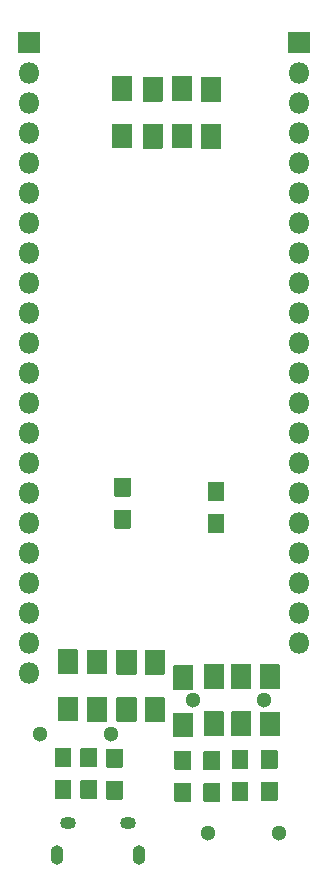
<source format=gbr>
%TF.GenerationSoftware,KiCad,Pcbnew,5.99.0-unknown-9c2a260~88~ubuntu18.04.1*%
%TF.CreationDate,2020-04-14T17:14:38+02:00*%
%TF.ProjectId,BM64_adapter,424d3634-5f61-4646-9170-7465722e6b69,rev?*%
%TF.SameCoordinates,Original*%
%TF.FileFunction,Soldermask,Bot*%
%TF.FilePolarity,Negative*%
%FSLAX46Y46*%
G04 Gerber Fmt 4.6, Leading zero omitted, Abs format (unit mm)*
G04 Created by KiCad (PCBNEW 5.99.0-unknown-9c2a260~88~ubuntu18.04.1) date 2020-04-14 17:14:38*
%MOMM*%
%LPD*%
G01*
G04 APERTURE LIST*
%ADD10O,1.100000X1.650000*%
%ADD11O,1.350000X1.050000*%
%ADD12C,1.300000*%
%ADD13O,1.800000X1.800000*%
G04 APERTURE END LIST*
%TO.C,R7*%
G36*
G01*
X181091600Y-127542200D02*
X179791600Y-127542200D01*
G75*
G02*
X179741600Y-127492200I0J50000D01*
G01*
X179741600Y-125992200D01*
G75*
G02*
X179791600Y-125942200I50000J0D01*
G01*
X181091600Y-125942200D01*
G75*
G02*
X181141600Y-125992200I0J-50000D01*
G01*
X181141600Y-127492200D01*
G75*
G02*
X181091600Y-127542200I-50000J0D01*
G01*
G37*
G36*
G01*
X181091600Y-130242200D02*
X179791600Y-130242200D01*
G75*
G02*
X179741600Y-130192200I0J50000D01*
G01*
X179741600Y-128692200D01*
G75*
G02*
X179791600Y-128642200I50000J0D01*
G01*
X181091600Y-128642200D01*
G75*
G02*
X181141600Y-128692200I0J-50000D01*
G01*
X181141600Y-130192200D01*
G75*
G02*
X181091600Y-130242200I-50000J0D01*
G01*
G37*
%TD*%
%TO.C,C9*%
G36*
G01*
X181317800Y-120766800D02*
X179717800Y-120766800D01*
G75*
G02*
X179667800Y-120716800I0J50000D01*
G01*
X179667800Y-118716800D01*
G75*
G02*
X179717800Y-118666800I50000J0D01*
G01*
X181317800Y-118666800D01*
G75*
G02*
X181367800Y-118716800I0J-50000D01*
G01*
X181367800Y-120716800D01*
G75*
G02*
X181317800Y-120766800I-50000J0D01*
G01*
G37*
G36*
G01*
X181317800Y-124766800D02*
X179717800Y-124766800D01*
G75*
G02*
X179667800Y-124716800I0J50000D01*
G01*
X179667800Y-122716800D01*
G75*
G02*
X179717800Y-122666800I50000J0D01*
G01*
X181317800Y-122666800D01*
G75*
G02*
X181367800Y-122716800I0J-50000D01*
G01*
X181367800Y-124716800D01*
G75*
G02*
X181317800Y-124766800I-50000J0D01*
G01*
G37*
%TD*%
D10*
%TO.C,J3*%
X171901100Y-134843060D03*
X164901100Y-134843060D03*
D11*
X170901100Y-132143060D03*
X165901100Y-132143060D03*
%TD*%
%TO.C,R2*%
G36*
G01*
X169149000Y-128540600D02*
X170449000Y-128540600D01*
G75*
G02*
X170499000Y-128590600I0J-50000D01*
G01*
X170499000Y-130090600D01*
G75*
G02*
X170449000Y-130140600I-50000J0D01*
G01*
X169149000Y-130140600D01*
G75*
G02*
X169099000Y-130090600I0J50000D01*
G01*
X169099000Y-128590600D01*
G75*
G02*
X169149000Y-128540600I50000J0D01*
G01*
G37*
G36*
G01*
X169149000Y-125840600D02*
X170449000Y-125840600D01*
G75*
G02*
X170499000Y-125890600I0J-50000D01*
G01*
X170499000Y-127390600D01*
G75*
G02*
X170449000Y-127440600I-50000J0D01*
G01*
X169149000Y-127440600D01*
G75*
G02*
X169099000Y-127390600I0J50000D01*
G01*
X169099000Y-125890600D01*
G75*
G02*
X169149000Y-125840600I50000J0D01*
G01*
G37*
%TD*%
%TO.C,C2*%
G36*
G01*
X174002600Y-119573000D02*
X172402600Y-119573000D01*
G75*
G02*
X172352600Y-119523000I0J50000D01*
G01*
X172352600Y-117523000D01*
G75*
G02*
X172402600Y-117473000I50000J0D01*
G01*
X174002600Y-117473000D01*
G75*
G02*
X174052600Y-117523000I0J-50000D01*
G01*
X174052600Y-119523000D01*
G75*
G02*
X174002600Y-119573000I-50000J0D01*
G01*
G37*
G36*
G01*
X174002600Y-123573000D02*
X172402600Y-123573000D01*
G75*
G02*
X172352600Y-123523000I0J50000D01*
G01*
X172352600Y-121523000D01*
G75*
G02*
X172402600Y-121473000I50000J0D01*
G01*
X174002600Y-121473000D01*
G75*
G02*
X174052600Y-121523000I0J-50000D01*
G01*
X174052600Y-123523000D01*
G75*
G02*
X174002600Y-123573000I-50000J0D01*
G01*
G37*
%TD*%
%TO.C,C1*%
G36*
G01*
X167525800Y-121441000D02*
X169125800Y-121441000D01*
G75*
G02*
X169175800Y-121491000I0J-50000D01*
G01*
X169175800Y-123491000D01*
G75*
G02*
X169125800Y-123541000I-50000J0D01*
G01*
X167525800Y-123541000D01*
G75*
G02*
X167475800Y-123491000I0J50000D01*
G01*
X167475800Y-121491000D01*
G75*
G02*
X167525800Y-121441000I50000J0D01*
G01*
G37*
G36*
G01*
X167525800Y-117441000D02*
X169125800Y-117441000D01*
G75*
G02*
X169175800Y-117491000I0J-50000D01*
G01*
X169175800Y-119491000D01*
G75*
G02*
X169125800Y-119541000I-50000J0D01*
G01*
X167525800Y-119541000D01*
G75*
G02*
X167475800Y-119491000I0J50000D01*
G01*
X167475800Y-117491000D01*
G75*
G02*
X167525800Y-117441000I50000J0D01*
G01*
G37*
%TD*%
%TO.C,C12*%
G36*
G01*
X173819720Y-71037160D02*
X172219720Y-71037160D01*
G75*
G02*
X172169720Y-70987160I0J50000D01*
G01*
X172169720Y-68987160D01*
G75*
G02*
X172219720Y-68937160I50000J0D01*
G01*
X173819720Y-68937160D01*
G75*
G02*
X173869720Y-68987160I0J-50000D01*
G01*
X173869720Y-70987160D01*
G75*
G02*
X173819720Y-71037160I-50000J0D01*
G01*
G37*
G36*
G01*
X173819720Y-75037160D02*
X172219720Y-75037160D01*
G75*
G02*
X172169720Y-74987160I0J50000D01*
G01*
X172169720Y-72987160D01*
G75*
G02*
X172219720Y-72937160I50000J0D01*
G01*
X173819720Y-72937160D01*
G75*
G02*
X173869720Y-72987160I0J-50000D01*
G01*
X173869720Y-74987160D01*
G75*
G02*
X173819720Y-75037160I-50000J0D01*
G01*
G37*
%TD*%
D12*
%TO.C,U4*%
X177743600Y-132994400D03*
X183743600Y-132994400D03*
%TD*%
%TO.C,U3*%
X176420000Y-121716800D03*
X182420000Y-121716800D03*
%TD*%
%TO.C,U2*%
X169525200Y-124561600D03*
X163525200Y-124561600D03*
%TD*%
%TO.C,R9*%
G36*
G01*
X179039280Y-104856200D02*
X177739280Y-104856200D01*
G75*
G02*
X177689280Y-104806200I0J50000D01*
G01*
X177689280Y-103306200D01*
G75*
G02*
X177739280Y-103256200I50000J0D01*
G01*
X179039280Y-103256200D01*
G75*
G02*
X179089280Y-103306200I0J-50000D01*
G01*
X179089280Y-104806200D01*
G75*
G02*
X179039280Y-104856200I-50000J0D01*
G01*
G37*
G36*
G01*
X179039280Y-107556200D02*
X177739280Y-107556200D01*
G75*
G02*
X177689280Y-107506200I0J50000D01*
G01*
X177689280Y-106006200D01*
G75*
G02*
X177739280Y-105956200I50000J0D01*
G01*
X179039280Y-105956200D01*
G75*
G02*
X179089280Y-106006200I0J-50000D01*
G01*
X179089280Y-107506200D01*
G75*
G02*
X179039280Y-107556200I-50000J0D01*
G01*
G37*
%TD*%
%TO.C,R8*%
G36*
G01*
X169822100Y-105591700D02*
X171122100Y-105591700D01*
G75*
G02*
X171172100Y-105641700I0J-50000D01*
G01*
X171172100Y-107141700D01*
G75*
G02*
X171122100Y-107191700I-50000J0D01*
G01*
X169822100Y-107191700D01*
G75*
G02*
X169772100Y-107141700I0J50000D01*
G01*
X169772100Y-105641700D01*
G75*
G02*
X169822100Y-105591700I50000J0D01*
G01*
G37*
G36*
G01*
X169822100Y-102891700D02*
X171122100Y-102891700D01*
G75*
G02*
X171172100Y-102941700I0J-50000D01*
G01*
X171172100Y-104441700D01*
G75*
G02*
X171122100Y-104491700I-50000J0D01*
G01*
X169822100Y-104491700D01*
G75*
G02*
X169772100Y-104441700I0J50000D01*
G01*
X169772100Y-102941700D01*
G75*
G02*
X169822100Y-102891700I50000J0D01*
G01*
G37*
%TD*%
%TO.C,R6*%
G36*
G01*
X182255400Y-128642200D02*
X183555400Y-128642200D01*
G75*
G02*
X183605400Y-128692200I0J-50000D01*
G01*
X183605400Y-130192200D01*
G75*
G02*
X183555400Y-130242200I-50000J0D01*
G01*
X182255400Y-130242200D01*
G75*
G02*
X182205400Y-130192200I0J50000D01*
G01*
X182205400Y-128692200D01*
G75*
G02*
X182255400Y-128642200I50000J0D01*
G01*
G37*
G36*
G01*
X182255400Y-125942200D02*
X183555400Y-125942200D01*
G75*
G02*
X183605400Y-125992200I0J-50000D01*
G01*
X183605400Y-127492200D01*
G75*
G02*
X183555400Y-127542200I-50000J0D01*
G01*
X182255400Y-127542200D01*
G75*
G02*
X182205400Y-127492200I0J50000D01*
G01*
X182205400Y-125992200D01*
G75*
G02*
X182255400Y-125942200I50000J0D01*
G01*
G37*
%TD*%
%TO.C,R5*%
G36*
G01*
X166080200Y-127364400D02*
X164780200Y-127364400D01*
G75*
G02*
X164730200Y-127314400I0J50000D01*
G01*
X164730200Y-125814400D01*
G75*
G02*
X164780200Y-125764400I50000J0D01*
G01*
X166080200Y-125764400D01*
G75*
G02*
X166130200Y-125814400I0J-50000D01*
G01*
X166130200Y-127314400D01*
G75*
G02*
X166080200Y-127364400I-50000J0D01*
G01*
G37*
G36*
G01*
X166080200Y-130064400D02*
X164780200Y-130064400D01*
G75*
G02*
X164730200Y-130014400I0J50000D01*
G01*
X164730200Y-128514400D01*
G75*
G02*
X164780200Y-128464400I50000J0D01*
G01*
X166080200Y-128464400D01*
G75*
G02*
X166130200Y-128514400I0J-50000D01*
G01*
X166130200Y-130014400D01*
G75*
G02*
X166080200Y-130064400I-50000J0D01*
G01*
G37*
%TD*%
%TO.C,R4*%
G36*
G01*
X176214800Y-127618400D02*
X174914800Y-127618400D01*
G75*
G02*
X174864800Y-127568400I0J50000D01*
G01*
X174864800Y-126068400D01*
G75*
G02*
X174914800Y-126018400I50000J0D01*
G01*
X176214800Y-126018400D01*
G75*
G02*
X176264800Y-126068400I0J-50000D01*
G01*
X176264800Y-127568400D01*
G75*
G02*
X176214800Y-127618400I-50000J0D01*
G01*
G37*
G36*
G01*
X176214800Y-130318400D02*
X174914800Y-130318400D01*
G75*
G02*
X174864800Y-130268400I0J50000D01*
G01*
X174864800Y-128768400D01*
G75*
G02*
X174914800Y-128718400I50000J0D01*
G01*
X176214800Y-128718400D01*
G75*
G02*
X176264800Y-128768400I0J-50000D01*
G01*
X176264800Y-130268400D01*
G75*
G02*
X176214800Y-130318400I-50000J0D01*
G01*
G37*
%TD*%
%TO.C,R3*%
G36*
G01*
X177378600Y-128743800D02*
X178678600Y-128743800D01*
G75*
G02*
X178728600Y-128793800I0J-50000D01*
G01*
X178728600Y-130293800D01*
G75*
G02*
X178678600Y-130343800I-50000J0D01*
G01*
X177378600Y-130343800D01*
G75*
G02*
X177328600Y-130293800I0J50000D01*
G01*
X177328600Y-128793800D01*
G75*
G02*
X177378600Y-128743800I50000J0D01*
G01*
G37*
G36*
G01*
X177378600Y-126043800D02*
X178678600Y-126043800D01*
G75*
G02*
X178728600Y-126093800I0J-50000D01*
G01*
X178728600Y-127593800D01*
G75*
G02*
X178678600Y-127643800I-50000J0D01*
G01*
X177378600Y-127643800D01*
G75*
G02*
X177328600Y-127593800I0J50000D01*
G01*
X177328600Y-126093800D01*
G75*
G02*
X177378600Y-126043800I50000J0D01*
G01*
G37*
%TD*%
%TO.C,R1*%
G36*
G01*
X168264600Y-127389800D02*
X166964600Y-127389800D01*
G75*
G02*
X166914600Y-127339800I0J50000D01*
G01*
X166914600Y-125839800D01*
G75*
G02*
X166964600Y-125789800I50000J0D01*
G01*
X168264600Y-125789800D01*
G75*
G02*
X168314600Y-125839800I0J-50000D01*
G01*
X168314600Y-127339800D01*
G75*
G02*
X168264600Y-127389800I-50000J0D01*
G01*
G37*
G36*
G01*
X168264600Y-130089800D02*
X166964600Y-130089800D01*
G75*
G02*
X166914600Y-130039800I0J50000D01*
G01*
X166914600Y-128539800D01*
G75*
G02*
X166964600Y-128489800I50000J0D01*
G01*
X168264600Y-128489800D01*
G75*
G02*
X168314600Y-128539800I0J-50000D01*
G01*
X168314600Y-130039800D01*
G75*
G02*
X168264600Y-130089800I-50000J0D01*
G01*
G37*
%TD*%
%TO.C,J2*%
G36*
G01*
X184520000Y-66890000D02*
X184520000Y-65190000D01*
G75*
G02*
X184570000Y-65140000I50000J0D01*
G01*
X186270000Y-65140000D01*
G75*
G02*
X186320000Y-65190000I0J-50000D01*
G01*
X186320000Y-66890000D01*
G75*
G02*
X186270000Y-66940000I-50000J0D01*
G01*
X184570000Y-66940000D01*
G75*
G02*
X184520000Y-66890000I0J50000D01*
G01*
G37*
D13*
X185420000Y-68580000D03*
X185420000Y-71120000D03*
X185420000Y-73660000D03*
X185420000Y-76200000D03*
X185420000Y-78740000D03*
X185420000Y-81280000D03*
X185420000Y-83820000D03*
X185420000Y-86360000D03*
X185420000Y-88900000D03*
X185420000Y-91440000D03*
X185420000Y-93980000D03*
X185420000Y-96520000D03*
X185420000Y-99060000D03*
X185420000Y-101600000D03*
X185420000Y-104140000D03*
X185420000Y-106680000D03*
X185420000Y-109220000D03*
X185420000Y-111760000D03*
X185420000Y-114300000D03*
X185420000Y-116840000D03*
%TD*%
%TO.C,J1*%
G36*
G01*
X161660000Y-66890000D02*
X161660000Y-65190000D01*
G75*
G02*
X161710000Y-65140000I50000J0D01*
G01*
X163410000Y-65140000D01*
G75*
G02*
X163460000Y-65190000I0J-50000D01*
G01*
X163460000Y-66890000D01*
G75*
G02*
X163410000Y-66940000I-50000J0D01*
G01*
X161710000Y-66940000D01*
G75*
G02*
X161660000Y-66890000I0J50000D01*
G01*
G37*
X162560000Y-68580000D03*
X162560000Y-71120000D03*
X162560000Y-73660000D03*
X162560000Y-76200000D03*
X162560000Y-78740000D03*
X162560000Y-81280000D03*
X162560000Y-83820000D03*
X162560000Y-86360000D03*
X162560000Y-88900000D03*
X162560000Y-91440000D03*
X162560000Y-93980000D03*
X162560000Y-96520000D03*
X162560000Y-99060000D03*
X162560000Y-101600000D03*
X162560000Y-104140000D03*
X162560000Y-106680000D03*
X162560000Y-109220000D03*
X162560000Y-111760000D03*
X162560000Y-114300000D03*
X162560000Y-116840000D03*
X162560000Y-119380000D03*
%TD*%
%TO.C,C11*%
G36*
G01*
X176308920Y-71006680D02*
X174708920Y-71006680D01*
G75*
G02*
X174658920Y-70956680I0J50000D01*
G01*
X174658920Y-68956680D01*
G75*
G02*
X174708920Y-68906680I50000J0D01*
G01*
X176308920Y-68906680D01*
G75*
G02*
X176358920Y-68956680I0J-50000D01*
G01*
X176358920Y-70956680D01*
G75*
G02*
X176308920Y-71006680I-50000J0D01*
G01*
G37*
G36*
G01*
X176308920Y-75006680D02*
X174708920Y-75006680D01*
G75*
G02*
X174658920Y-74956680I0J50000D01*
G01*
X174658920Y-72956680D01*
G75*
G02*
X174708920Y-72906680I50000J0D01*
G01*
X176308920Y-72906680D01*
G75*
G02*
X176358920Y-72956680I0J-50000D01*
G01*
X176358920Y-74956680D01*
G75*
G02*
X176308920Y-75006680I-50000J0D01*
G01*
G37*
%TD*%
%TO.C,C10*%
G36*
G01*
X178767640Y-71064080D02*
X177167640Y-71064080D01*
G75*
G02*
X177117640Y-71014080I0J50000D01*
G01*
X177117640Y-69014080D01*
G75*
G02*
X177167640Y-68964080I50000J0D01*
G01*
X178767640Y-68964080D01*
G75*
G02*
X178817640Y-69014080I0J-50000D01*
G01*
X178817640Y-71014080D01*
G75*
G02*
X178767640Y-71064080I-50000J0D01*
G01*
G37*
G36*
G01*
X178767640Y-75064080D02*
X177167640Y-75064080D01*
G75*
G02*
X177117640Y-75014080I0J50000D01*
G01*
X177117640Y-73014080D01*
G75*
G02*
X177167640Y-72964080I50000J0D01*
G01*
X178767640Y-72964080D01*
G75*
G02*
X178817640Y-73014080I0J-50000D01*
G01*
X178817640Y-75014080D01*
G75*
G02*
X178767640Y-75064080I-50000J0D01*
G01*
G37*
%TD*%
%TO.C,C8*%
G36*
G01*
X179006400Y-120766800D02*
X177406400Y-120766800D01*
G75*
G02*
X177356400Y-120716800I0J50000D01*
G01*
X177356400Y-118716800D01*
G75*
G02*
X177406400Y-118666800I50000J0D01*
G01*
X179006400Y-118666800D01*
G75*
G02*
X179056400Y-118716800I0J-50000D01*
G01*
X179056400Y-120716800D01*
G75*
G02*
X179006400Y-120766800I-50000J0D01*
G01*
G37*
G36*
G01*
X179006400Y-124766800D02*
X177406400Y-124766800D01*
G75*
G02*
X177356400Y-124716800I0J50000D01*
G01*
X177356400Y-122716800D01*
G75*
G02*
X177406400Y-122666800I50000J0D01*
G01*
X179006400Y-122666800D01*
G75*
G02*
X179056400Y-122716800I0J-50000D01*
G01*
X179056400Y-124716800D01*
G75*
G02*
X179006400Y-124766800I-50000J0D01*
G01*
G37*
%TD*%
%TO.C,C7*%
G36*
G01*
X183756200Y-120792200D02*
X182156200Y-120792200D01*
G75*
G02*
X182106200Y-120742200I0J50000D01*
G01*
X182106200Y-118742200D01*
G75*
G02*
X182156200Y-118692200I50000J0D01*
G01*
X183756200Y-118692200D01*
G75*
G02*
X183806200Y-118742200I0J-50000D01*
G01*
X183806200Y-120742200D01*
G75*
G02*
X183756200Y-120792200I-50000J0D01*
G01*
G37*
G36*
G01*
X183756200Y-124792200D02*
X182156200Y-124792200D01*
G75*
G02*
X182106200Y-124742200I0J50000D01*
G01*
X182106200Y-122742200D01*
G75*
G02*
X182156200Y-122692200I50000J0D01*
G01*
X183756200Y-122692200D01*
G75*
G02*
X183806200Y-122742200I0J-50000D01*
G01*
X183806200Y-124742200D01*
G75*
G02*
X183756200Y-124792200I-50000J0D01*
G01*
G37*
%TD*%
%TO.C,C6*%
G36*
G01*
X174815600Y-122768400D02*
X176415600Y-122768400D01*
G75*
G02*
X176465600Y-122818400I0J-50000D01*
G01*
X176465600Y-124818400D01*
G75*
G02*
X176415600Y-124868400I-50000J0D01*
G01*
X174815600Y-124868400D01*
G75*
G02*
X174765600Y-124818400I0J50000D01*
G01*
X174765600Y-122818400D01*
G75*
G02*
X174815600Y-122768400I50000J0D01*
G01*
G37*
G36*
G01*
X174815600Y-118768400D02*
X176415600Y-118768400D01*
G75*
G02*
X176465600Y-118818400I0J-50000D01*
G01*
X176465600Y-120818400D01*
G75*
G02*
X176415600Y-120868400I-50000J0D01*
G01*
X174815600Y-120868400D01*
G75*
G02*
X174765600Y-120818400I0J50000D01*
G01*
X174765600Y-118818400D01*
G75*
G02*
X174815600Y-118768400I50000J0D01*
G01*
G37*
%TD*%
%TO.C,C5*%
G36*
G01*
X171615000Y-119566400D02*
X170015000Y-119566400D01*
G75*
G02*
X169965000Y-119516400I0J50000D01*
G01*
X169965000Y-117516400D01*
G75*
G02*
X170015000Y-117466400I50000J0D01*
G01*
X171615000Y-117466400D01*
G75*
G02*
X171665000Y-117516400I0J-50000D01*
G01*
X171665000Y-119516400D01*
G75*
G02*
X171615000Y-119566400I-50000J0D01*
G01*
G37*
G36*
G01*
X171615000Y-123566400D02*
X170015000Y-123566400D01*
G75*
G02*
X169965000Y-123516400I0J50000D01*
G01*
X169965000Y-121516400D01*
G75*
G02*
X170015000Y-121466400I50000J0D01*
G01*
X171615000Y-121466400D01*
G75*
G02*
X171665000Y-121516400I0J-50000D01*
G01*
X171665000Y-123516400D01*
G75*
G02*
X171615000Y-123566400I-50000J0D01*
G01*
G37*
%TD*%
%TO.C,C4*%
G36*
G01*
X171228920Y-71006680D02*
X169628920Y-71006680D01*
G75*
G02*
X169578920Y-70956680I0J50000D01*
G01*
X169578920Y-68956680D01*
G75*
G02*
X169628920Y-68906680I50000J0D01*
G01*
X171228920Y-68906680D01*
G75*
G02*
X171278920Y-68956680I0J-50000D01*
G01*
X171278920Y-70956680D01*
G75*
G02*
X171228920Y-71006680I-50000J0D01*
G01*
G37*
G36*
G01*
X171228920Y-75006680D02*
X169628920Y-75006680D01*
G75*
G02*
X169578920Y-74956680I0J50000D01*
G01*
X169578920Y-72956680D01*
G75*
G02*
X169628920Y-72906680I50000J0D01*
G01*
X171228920Y-72906680D01*
G75*
G02*
X171278920Y-72956680I0J-50000D01*
G01*
X171278920Y-74956680D01*
G75*
G02*
X171228920Y-75006680I-50000J0D01*
G01*
G37*
%TD*%
%TO.C,C3*%
G36*
G01*
X166636600Y-119515600D02*
X165036600Y-119515600D01*
G75*
G02*
X164986600Y-119465600I0J50000D01*
G01*
X164986600Y-117465600D01*
G75*
G02*
X165036600Y-117415600I50000J0D01*
G01*
X166636600Y-117415600D01*
G75*
G02*
X166686600Y-117465600I0J-50000D01*
G01*
X166686600Y-119465600D01*
G75*
G02*
X166636600Y-119515600I-50000J0D01*
G01*
G37*
G36*
G01*
X166636600Y-123515600D02*
X165036600Y-123515600D01*
G75*
G02*
X164986600Y-123465600I0J50000D01*
G01*
X164986600Y-121465600D01*
G75*
G02*
X165036600Y-121415600I50000J0D01*
G01*
X166636600Y-121415600D01*
G75*
G02*
X166686600Y-121465600I0J-50000D01*
G01*
X166686600Y-123465600D01*
G75*
G02*
X166636600Y-123515600I-50000J0D01*
G01*
G37*
%TD*%
M02*

</source>
